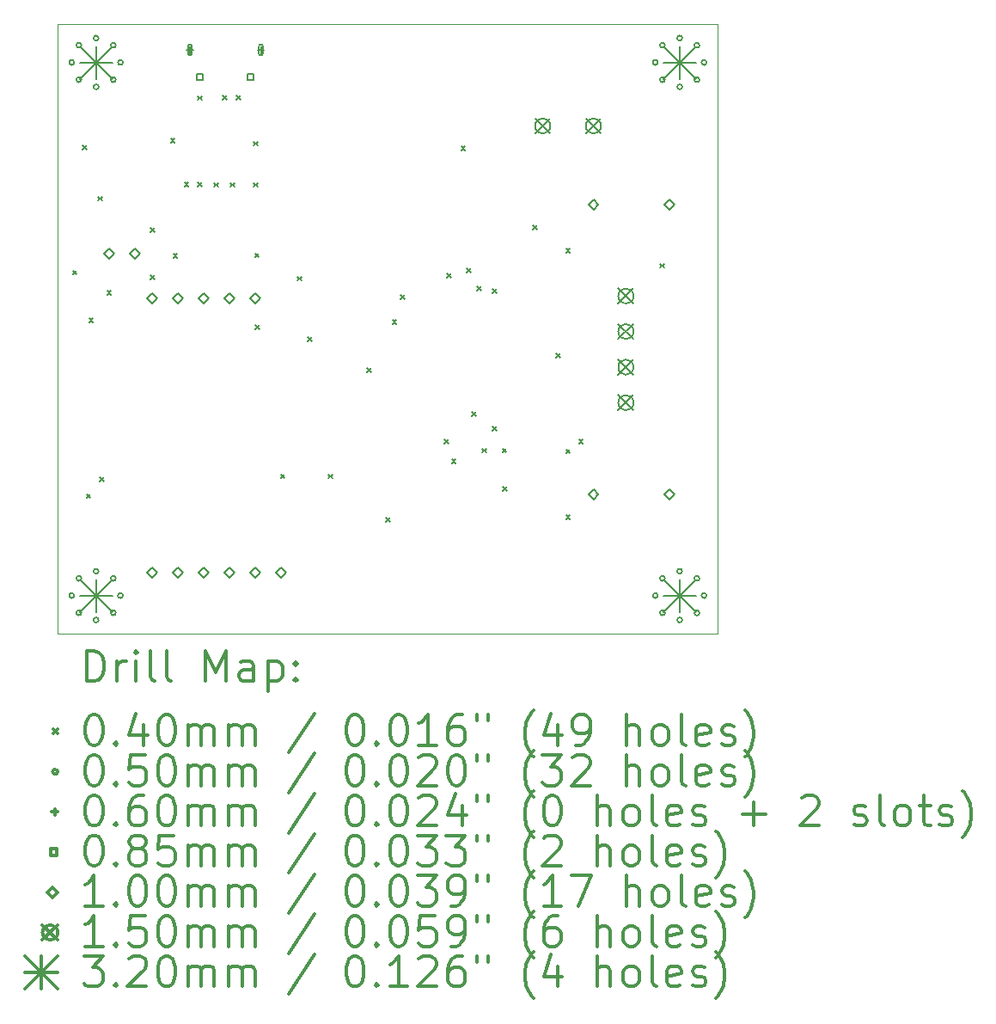
<source format=gbr>
%FSLAX45Y45*%
G04 Gerber Fmt 4.5, Leading zero omitted, Abs format (unit mm)*
G04 Created by KiCad (PCBNEW 5.1.4-e60b266~84~ubuntu18.04.1) date 2020-01-24 11:28:09*
%MOMM*%
%LPD*%
G04 APERTURE LIST*
%ADD10C,0.050000*%
%ADD11C,0.200000*%
%ADD12C,0.300000*%
G04 APERTURE END LIST*
D10*
X5600000Y-11500000D02*
X12100000Y-11500000D01*
X5600000Y-5500000D02*
X5600000Y-11500000D01*
X12100000Y-5500000D02*
X5600000Y-5500000D01*
X12100000Y-11500000D02*
X12100000Y-5500000D01*
D11*
X5745000Y-7925000D02*
X5785000Y-7965000D01*
X5785000Y-7925000D02*
X5745000Y-7965000D01*
X5840000Y-6695000D02*
X5880000Y-6735000D01*
X5880000Y-6695000D02*
X5840000Y-6735000D01*
X5880000Y-10125000D02*
X5920000Y-10165000D01*
X5920000Y-10125000D02*
X5880000Y-10165000D01*
X5905000Y-8395000D02*
X5945000Y-8435000D01*
X5945000Y-8395000D02*
X5905000Y-8435000D01*
X5994000Y-7196000D02*
X6034000Y-7236000D01*
X6034000Y-7196000D02*
X5994000Y-7236000D01*
X6010000Y-9960000D02*
X6050000Y-10000000D01*
X6050000Y-9960000D02*
X6010000Y-10000000D01*
X6085000Y-8125000D02*
X6125000Y-8165000D01*
X6125000Y-8125000D02*
X6085000Y-8165000D01*
X6510000Y-7505000D02*
X6550000Y-7545000D01*
X6550000Y-7505000D02*
X6510000Y-7545000D01*
X6510000Y-7970000D02*
X6550000Y-8010000D01*
X6550000Y-7970000D02*
X6510000Y-8010000D01*
X6710000Y-6624500D02*
X6750000Y-6664500D01*
X6750000Y-6624500D02*
X6710000Y-6664500D01*
X6735000Y-7760000D02*
X6775000Y-7800000D01*
X6775000Y-7760000D02*
X6735000Y-7800000D01*
X6845000Y-7055000D02*
X6885000Y-7095000D01*
X6885000Y-7055000D02*
X6845000Y-7095000D01*
X6975000Y-6205000D02*
X7015000Y-6245000D01*
X7015000Y-6205000D02*
X6975000Y-6245000D01*
X6975000Y-7055000D02*
X7015000Y-7095000D01*
X7015000Y-7055000D02*
X6975000Y-7095000D01*
X7140000Y-7060000D02*
X7180000Y-7100000D01*
X7180000Y-7060000D02*
X7140000Y-7100000D01*
X7220000Y-6200000D02*
X7260000Y-6240000D01*
X7260000Y-6200000D02*
X7220000Y-6240000D01*
X7300000Y-7060000D02*
X7340000Y-7100000D01*
X7340000Y-7060000D02*
X7300000Y-7100000D01*
X7360000Y-6200000D02*
X7400000Y-6240000D01*
X7400000Y-6200000D02*
X7360000Y-6240000D01*
X7530000Y-6655000D02*
X7570000Y-6695000D01*
X7570000Y-6655000D02*
X7530000Y-6695000D01*
X7530000Y-7060000D02*
X7570000Y-7100000D01*
X7570000Y-7060000D02*
X7530000Y-7100000D01*
X7540000Y-7755000D02*
X7580000Y-7795000D01*
X7580000Y-7755000D02*
X7540000Y-7795000D01*
X7545000Y-8459000D02*
X7585000Y-8499000D01*
X7585000Y-8459000D02*
X7545000Y-8499000D01*
X7795000Y-9930000D02*
X7835000Y-9970000D01*
X7835000Y-9930000D02*
X7795000Y-9970000D01*
X7958000Y-7984000D02*
X7998000Y-8024000D01*
X7998000Y-7984000D02*
X7958000Y-8024000D01*
X8062000Y-8583000D02*
X8102000Y-8623000D01*
X8102000Y-8583000D02*
X8062000Y-8623000D01*
X8265000Y-9930000D02*
X8305000Y-9970000D01*
X8305000Y-9930000D02*
X8265000Y-9970000D01*
X8646000Y-8882000D02*
X8686000Y-8922000D01*
X8686000Y-8882000D02*
X8646000Y-8922000D01*
X8830000Y-10355000D02*
X8870000Y-10395000D01*
X8870000Y-10355000D02*
X8830000Y-10395000D01*
X8895000Y-8410000D02*
X8935000Y-8450000D01*
X8935000Y-8410000D02*
X8895000Y-8450000D01*
X8975000Y-8165000D02*
X9015000Y-8205000D01*
X9015000Y-8165000D02*
X8975000Y-8205000D01*
X9408480Y-9584502D02*
X9448480Y-9624502D01*
X9448480Y-9584502D02*
X9408480Y-9624502D01*
X9430000Y-7955000D02*
X9470000Y-7995000D01*
X9470000Y-7955000D02*
X9430000Y-7995000D01*
X9480000Y-9780000D02*
X9520000Y-9820000D01*
X9520000Y-9780000D02*
X9480000Y-9820000D01*
X9571548Y-6700078D02*
X9611548Y-6740078D01*
X9611548Y-6700078D02*
X9571548Y-6740078D01*
X9630000Y-7905000D02*
X9670000Y-7945000D01*
X9670000Y-7905000D02*
X9630000Y-7945000D01*
X9680260Y-9316532D02*
X9720260Y-9356532D01*
X9720260Y-9316532D02*
X9680260Y-9356532D01*
X9730000Y-8080000D02*
X9770000Y-8120000D01*
X9770000Y-8080000D02*
X9730000Y-8120000D01*
X9779828Y-9675434D02*
X9819828Y-9715434D01*
X9819828Y-9675434D02*
X9779828Y-9715434D01*
X9880000Y-8105000D02*
X9920000Y-8145000D01*
X9920000Y-8105000D02*
X9880000Y-8145000D01*
X9880000Y-9462836D02*
X9920000Y-9502836D01*
X9920000Y-9462836D02*
X9880000Y-9502836D01*
X9979726Y-9675688D02*
X10019726Y-9715688D01*
X10019726Y-9675688D02*
X9979726Y-9715688D01*
X9979999Y-10055000D02*
X10019999Y-10095000D01*
X10019999Y-10055000D02*
X9979999Y-10095000D01*
X10280002Y-7480000D02*
X10320002Y-7520000D01*
X10320002Y-7480000D02*
X10280002Y-7520000D01*
X10507000Y-8741000D02*
X10547000Y-8781000D01*
X10547000Y-8741000D02*
X10507000Y-8781000D01*
X10605000Y-7705000D02*
X10645000Y-7745000D01*
X10645000Y-7705000D02*
X10605000Y-7745000D01*
X10605000Y-10330000D02*
X10645000Y-10370000D01*
X10645000Y-10330000D02*
X10605000Y-10370000D01*
X10605074Y-9684578D02*
X10645074Y-9724578D01*
X10645074Y-9684578D02*
X10605074Y-9724578D01*
X10731312Y-9587804D02*
X10771312Y-9627804D01*
X10771312Y-9587804D02*
X10731312Y-9627804D01*
X11530000Y-7855000D02*
X11570000Y-7895000D01*
X11570000Y-7855000D02*
X11530000Y-7895000D01*
X5760000Y-5875000D02*
G75*
G03X5760000Y-5875000I-25000J0D01*
G01*
X5830294Y-5705294D02*
G75*
G03X5830294Y-5705294I-25000J0D01*
G01*
X5830294Y-6044706D02*
G75*
G03X5830294Y-6044706I-25000J0D01*
G01*
X6000000Y-5635000D02*
G75*
G03X6000000Y-5635000I-25000J0D01*
G01*
X6000000Y-6115000D02*
G75*
G03X6000000Y-6115000I-25000J0D01*
G01*
X6169706Y-5705294D02*
G75*
G03X6169706Y-5705294I-25000J0D01*
G01*
X6169706Y-6044706D02*
G75*
G03X6169706Y-6044706I-25000J0D01*
G01*
X6240000Y-5875000D02*
G75*
G03X6240000Y-5875000I-25000J0D01*
G01*
X5760000Y-11125000D02*
G75*
G03X5760000Y-11125000I-25000J0D01*
G01*
X5830294Y-10955294D02*
G75*
G03X5830294Y-10955294I-25000J0D01*
G01*
X5830294Y-11294706D02*
G75*
G03X5830294Y-11294706I-25000J0D01*
G01*
X6000000Y-10885000D02*
G75*
G03X6000000Y-10885000I-25000J0D01*
G01*
X6000000Y-11365000D02*
G75*
G03X6000000Y-11365000I-25000J0D01*
G01*
X6169706Y-10955294D02*
G75*
G03X6169706Y-10955294I-25000J0D01*
G01*
X6169706Y-11294706D02*
G75*
G03X6169706Y-11294706I-25000J0D01*
G01*
X6240000Y-11125000D02*
G75*
G03X6240000Y-11125000I-25000J0D01*
G01*
X11510000Y-11125000D02*
G75*
G03X11510000Y-11125000I-25000J0D01*
G01*
X11580294Y-10955294D02*
G75*
G03X11580294Y-10955294I-25000J0D01*
G01*
X11580294Y-11294706D02*
G75*
G03X11580294Y-11294706I-25000J0D01*
G01*
X11750000Y-10885000D02*
G75*
G03X11750000Y-10885000I-25000J0D01*
G01*
X11750000Y-11365000D02*
G75*
G03X11750000Y-11365000I-25000J0D01*
G01*
X11919706Y-10955294D02*
G75*
G03X11919706Y-10955294I-25000J0D01*
G01*
X11919706Y-11294706D02*
G75*
G03X11919706Y-11294706I-25000J0D01*
G01*
X11990000Y-11125000D02*
G75*
G03X11990000Y-11125000I-25000J0D01*
G01*
X11510000Y-5875000D02*
G75*
G03X11510000Y-5875000I-25000J0D01*
G01*
X11580294Y-5705294D02*
G75*
G03X11580294Y-5705294I-25000J0D01*
G01*
X11580294Y-6044706D02*
G75*
G03X11580294Y-6044706I-25000J0D01*
G01*
X11750000Y-5635000D02*
G75*
G03X11750000Y-5635000I-25000J0D01*
G01*
X11750000Y-6115000D02*
G75*
G03X11750000Y-6115000I-25000J0D01*
G01*
X11919706Y-5705294D02*
G75*
G03X11919706Y-5705294I-25000J0D01*
G01*
X11919706Y-6044706D02*
G75*
G03X11919706Y-6044706I-25000J0D01*
G01*
X11990000Y-5875000D02*
G75*
G03X11990000Y-5875000I-25000J0D01*
G01*
X6900000Y-5721250D02*
X6900000Y-5781250D01*
X6870000Y-5751250D02*
X6930000Y-5751250D01*
X6920000Y-5786250D02*
X6920000Y-5716250D01*
X6880000Y-5786250D02*
X6880000Y-5716250D01*
X6920000Y-5716250D02*
G75*
G03X6880000Y-5716250I-20000J0D01*
G01*
X6880000Y-5786250D02*
G75*
G03X6920000Y-5786250I20000J0D01*
G01*
X7600000Y-5721250D02*
X7600000Y-5781250D01*
X7570000Y-5751250D02*
X7630000Y-5751250D01*
X7580000Y-5716250D02*
X7580000Y-5786250D01*
X7620000Y-5716250D02*
X7620000Y-5786250D01*
X7580000Y-5786250D02*
G75*
G03X7620000Y-5786250I20000J0D01*
G01*
X7620000Y-5716250D02*
G75*
G03X7580000Y-5716250I-20000J0D01*
G01*
X7030052Y-6051302D02*
X7030052Y-5991198D01*
X6969948Y-5991198D01*
X6969948Y-6051302D01*
X7030052Y-6051302D01*
X7530052Y-6051302D02*
X7530052Y-5991198D01*
X7469948Y-5991198D01*
X7469948Y-6051302D01*
X7530052Y-6051302D01*
X6530000Y-10950000D02*
X6580000Y-10900000D01*
X6530000Y-10850000D01*
X6480000Y-10900000D01*
X6530000Y-10950000D01*
X6784000Y-10950000D02*
X6834000Y-10900000D01*
X6784000Y-10850000D01*
X6734000Y-10900000D01*
X6784000Y-10950000D01*
X7038000Y-10950000D02*
X7088000Y-10900000D01*
X7038000Y-10850000D01*
X6988000Y-10900000D01*
X7038000Y-10950000D01*
X7292000Y-10950000D02*
X7342000Y-10900000D01*
X7292000Y-10850000D01*
X7242000Y-10900000D01*
X7292000Y-10950000D01*
X7546000Y-10950000D02*
X7596000Y-10900000D01*
X7546000Y-10850000D01*
X7496000Y-10900000D01*
X7546000Y-10950000D01*
X7800000Y-10950000D02*
X7850000Y-10900000D01*
X7800000Y-10850000D01*
X7750000Y-10900000D01*
X7800000Y-10950000D01*
X10875000Y-7325000D02*
X10925000Y-7275000D01*
X10875000Y-7225000D01*
X10825000Y-7275000D01*
X10875000Y-7325000D01*
X11625000Y-7325000D02*
X11675000Y-7275000D01*
X11625000Y-7225000D01*
X11575000Y-7275000D01*
X11625000Y-7325000D01*
X6524000Y-8250000D02*
X6574000Y-8200000D01*
X6524000Y-8150000D01*
X6474000Y-8200000D01*
X6524000Y-8250000D01*
X6778000Y-8250000D02*
X6828000Y-8200000D01*
X6778000Y-8150000D01*
X6728000Y-8200000D01*
X6778000Y-8250000D01*
X7032000Y-8250000D02*
X7082000Y-8200000D01*
X7032000Y-8150000D01*
X6982000Y-8200000D01*
X7032000Y-8250000D01*
X7286000Y-8250000D02*
X7336000Y-8200000D01*
X7286000Y-8150000D01*
X7236000Y-8200000D01*
X7286000Y-8250000D01*
X7540000Y-8250000D02*
X7590000Y-8200000D01*
X7540000Y-8150000D01*
X7490000Y-8200000D01*
X7540000Y-8250000D01*
X10875000Y-10175000D02*
X10925000Y-10125000D01*
X10875000Y-10075000D01*
X10825000Y-10125000D01*
X10875000Y-10175000D01*
X11625000Y-10175000D02*
X11675000Y-10125000D01*
X11625000Y-10075000D01*
X11575000Y-10125000D01*
X11625000Y-10175000D01*
X6106000Y-7810000D02*
X6156000Y-7760000D01*
X6106000Y-7710000D01*
X6056000Y-7760000D01*
X6106000Y-7810000D01*
X6360000Y-7810000D02*
X6410000Y-7760000D01*
X6360000Y-7710000D01*
X6310000Y-7760000D01*
X6360000Y-7810000D01*
X10300000Y-6425000D02*
X10450000Y-6575000D01*
X10450000Y-6425000D02*
X10300000Y-6575000D01*
X10450000Y-6500000D02*
G75*
G03X10450000Y-6500000I-75000J0D01*
G01*
X10800000Y-6425000D02*
X10950000Y-6575000D01*
X10950000Y-6425000D02*
X10800000Y-6575000D01*
X10950000Y-6500000D02*
G75*
G03X10950000Y-6500000I-75000J0D01*
G01*
X11120000Y-8100000D02*
X11270000Y-8250000D01*
X11270000Y-8100000D02*
X11120000Y-8250000D01*
X11270000Y-8175000D02*
G75*
G03X11270000Y-8175000I-75000J0D01*
G01*
X11120000Y-8450000D02*
X11270000Y-8600000D01*
X11270000Y-8450000D02*
X11120000Y-8600000D01*
X11270000Y-8525000D02*
G75*
G03X11270000Y-8525000I-75000J0D01*
G01*
X11120000Y-8800000D02*
X11270000Y-8950000D01*
X11270000Y-8800000D02*
X11120000Y-8950000D01*
X11270000Y-8875000D02*
G75*
G03X11270000Y-8875000I-75000J0D01*
G01*
X11120000Y-9150000D02*
X11270000Y-9300000D01*
X11270000Y-9150000D02*
X11120000Y-9300000D01*
X11270000Y-9225000D02*
G75*
G03X11270000Y-9225000I-75000J0D01*
G01*
X5815000Y-5715000D02*
X6135000Y-6035000D01*
X6135000Y-5715000D02*
X5815000Y-6035000D01*
X5975000Y-5715000D02*
X5975000Y-6035000D01*
X5815000Y-5875000D02*
X6135000Y-5875000D01*
X5815000Y-10965000D02*
X6135000Y-11285000D01*
X6135000Y-10965000D02*
X5815000Y-11285000D01*
X5975000Y-10965000D02*
X5975000Y-11285000D01*
X5815000Y-11125000D02*
X6135000Y-11125000D01*
X11565000Y-10965000D02*
X11885000Y-11285000D01*
X11885000Y-10965000D02*
X11565000Y-11285000D01*
X11725000Y-10965000D02*
X11725000Y-11285000D01*
X11565000Y-11125000D02*
X11885000Y-11125000D01*
X11565000Y-5715000D02*
X11885000Y-6035000D01*
X11885000Y-5715000D02*
X11565000Y-6035000D01*
X11725000Y-5715000D02*
X11725000Y-6035000D01*
X11565000Y-5875000D02*
X11885000Y-5875000D01*
D12*
X5883928Y-11968214D02*
X5883928Y-11668214D01*
X5955357Y-11668214D01*
X5998214Y-11682500D01*
X6026786Y-11711071D01*
X6041071Y-11739643D01*
X6055357Y-11796786D01*
X6055357Y-11839643D01*
X6041071Y-11896786D01*
X6026786Y-11925357D01*
X5998214Y-11953929D01*
X5955357Y-11968214D01*
X5883928Y-11968214D01*
X6183928Y-11968214D02*
X6183928Y-11768214D01*
X6183928Y-11825357D02*
X6198214Y-11796786D01*
X6212500Y-11782500D01*
X6241071Y-11768214D01*
X6269643Y-11768214D01*
X6369643Y-11968214D02*
X6369643Y-11768214D01*
X6369643Y-11668214D02*
X6355357Y-11682500D01*
X6369643Y-11696786D01*
X6383928Y-11682500D01*
X6369643Y-11668214D01*
X6369643Y-11696786D01*
X6555357Y-11968214D02*
X6526786Y-11953929D01*
X6512500Y-11925357D01*
X6512500Y-11668214D01*
X6712500Y-11968214D02*
X6683928Y-11953929D01*
X6669643Y-11925357D01*
X6669643Y-11668214D01*
X7055357Y-11968214D02*
X7055357Y-11668214D01*
X7155357Y-11882500D01*
X7255357Y-11668214D01*
X7255357Y-11968214D01*
X7526786Y-11968214D02*
X7526786Y-11811071D01*
X7512500Y-11782500D01*
X7483928Y-11768214D01*
X7426786Y-11768214D01*
X7398214Y-11782500D01*
X7526786Y-11953929D02*
X7498214Y-11968214D01*
X7426786Y-11968214D01*
X7398214Y-11953929D01*
X7383928Y-11925357D01*
X7383928Y-11896786D01*
X7398214Y-11868214D01*
X7426786Y-11853929D01*
X7498214Y-11853929D01*
X7526786Y-11839643D01*
X7669643Y-11768214D02*
X7669643Y-12068214D01*
X7669643Y-11782500D02*
X7698214Y-11768214D01*
X7755357Y-11768214D01*
X7783928Y-11782500D01*
X7798214Y-11796786D01*
X7812500Y-11825357D01*
X7812500Y-11911071D01*
X7798214Y-11939643D01*
X7783928Y-11953929D01*
X7755357Y-11968214D01*
X7698214Y-11968214D01*
X7669643Y-11953929D01*
X7941071Y-11939643D02*
X7955357Y-11953929D01*
X7941071Y-11968214D01*
X7926786Y-11953929D01*
X7941071Y-11939643D01*
X7941071Y-11968214D01*
X7941071Y-11782500D02*
X7955357Y-11796786D01*
X7941071Y-11811071D01*
X7926786Y-11796786D01*
X7941071Y-11782500D01*
X7941071Y-11811071D01*
X5557500Y-12442500D02*
X5597500Y-12482500D01*
X5597500Y-12442500D02*
X5557500Y-12482500D01*
X5941071Y-12298214D02*
X5969643Y-12298214D01*
X5998214Y-12312500D01*
X6012500Y-12326786D01*
X6026786Y-12355357D01*
X6041071Y-12412500D01*
X6041071Y-12483929D01*
X6026786Y-12541071D01*
X6012500Y-12569643D01*
X5998214Y-12583929D01*
X5969643Y-12598214D01*
X5941071Y-12598214D01*
X5912500Y-12583929D01*
X5898214Y-12569643D01*
X5883928Y-12541071D01*
X5869643Y-12483929D01*
X5869643Y-12412500D01*
X5883928Y-12355357D01*
X5898214Y-12326786D01*
X5912500Y-12312500D01*
X5941071Y-12298214D01*
X6169643Y-12569643D02*
X6183928Y-12583929D01*
X6169643Y-12598214D01*
X6155357Y-12583929D01*
X6169643Y-12569643D01*
X6169643Y-12598214D01*
X6441071Y-12398214D02*
X6441071Y-12598214D01*
X6369643Y-12283929D02*
X6298214Y-12498214D01*
X6483928Y-12498214D01*
X6655357Y-12298214D02*
X6683928Y-12298214D01*
X6712500Y-12312500D01*
X6726786Y-12326786D01*
X6741071Y-12355357D01*
X6755357Y-12412500D01*
X6755357Y-12483929D01*
X6741071Y-12541071D01*
X6726786Y-12569643D01*
X6712500Y-12583929D01*
X6683928Y-12598214D01*
X6655357Y-12598214D01*
X6626786Y-12583929D01*
X6612500Y-12569643D01*
X6598214Y-12541071D01*
X6583928Y-12483929D01*
X6583928Y-12412500D01*
X6598214Y-12355357D01*
X6612500Y-12326786D01*
X6626786Y-12312500D01*
X6655357Y-12298214D01*
X6883928Y-12598214D02*
X6883928Y-12398214D01*
X6883928Y-12426786D02*
X6898214Y-12412500D01*
X6926786Y-12398214D01*
X6969643Y-12398214D01*
X6998214Y-12412500D01*
X7012500Y-12441071D01*
X7012500Y-12598214D01*
X7012500Y-12441071D02*
X7026786Y-12412500D01*
X7055357Y-12398214D01*
X7098214Y-12398214D01*
X7126786Y-12412500D01*
X7141071Y-12441071D01*
X7141071Y-12598214D01*
X7283928Y-12598214D02*
X7283928Y-12398214D01*
X7283928Y-12426786D02*
X7298214Y-12412500D01*
X7326786Y-12398214D01*
X7369643Y-12398214D01*
X7398214Y-12412500D01*
X7412500Y-12441071D01*
X7412500Y-12598214D01*
X7412500Y-12441071D02*
X7426786Y-12412500D01*
X7455357Y-12398214D01*
X7498214Y-12398214D01*
X7526786Y-12412500D01*
X7541071Y-12441071D01*
X7541071Y-12598214D01*
X8126786Y-12283929D02*
X7869643Y-12669643D01*
X8512500Y-12298214D02*
X8541071Y-12298214D01*
X8569643Y-12312500D01*
X8583928Y-12326786D01*
X8598214Y-12355357D01*
X8612500Y-12412500D01*
X8612500Y-12483929D01*
X8598214Y-12541071D01*
X8583928Y-12569643D01*
X8569643Y-12583929D01*
X8541071Y-12598214D01*
X8512500Y-12598214D01*
X8483928Y-12583929D01*
X8469643Y-12569643D01*
X8455357Y-12541071D01*
X8441071Y-12483929D01*
X8441071Y-12412500D01*
X8455357Y-12355357D01*
X8469643Y-12326786D01*
X8483928Y-12312500D01*
X8512500Y-12298214D01*
X8741071Y-12569643D02*
X8755357Y-12583929D01*
X8741071Y-12598214D01*
X8726786Y-12583929D01*
X8741071Y-12569643D01*
X8741071Y-12598214D01*
X8941071Y-12298214D02*
X8969643Y-12298214D01*
X8998214Y-12312500D01*
X9012500Y-12326786D01*
X9026786Y-12355357D01*
X9041071Y-12412500D01*
X9041071Y-12483929D01*
X9026786Y-12541071D01*
X9012500Y-12569643D01*
X8998214Y-12583929D01*
X8969643Y-12598214D01*
X8941071Y-12598214D01*
X8912500Y-12583929D01*
X8898214Y-12569643D01*
X8883928Y-12541071D01*
X8869643Y-12483929D01*
X8869643Y-12412500D01*
X8883928Y-12355357D01*
X8898214Y-12326786D01*
X8912500Y-12312500D01*
X8941071Y-12298214D01*
X9326786Y-12598214D02*
X9155357Y-12598214D01*
X9241071Y-12598214D02*
X9241071Y-12298214D01*
X9212500Y-12341071D01*
X9183928Y-12369643D01*
X9155357Y-12383929D01*
X9583928Y-12298214D02*
X9526786Y-12298214D01*
X9498214Y-12312500D01*
X9483928Y-12326786D01*
X9455357Y-12369643D01*
X9441071Y-12426786D01*
X9441071Y-12541071D01*
X9455357Y-12569643D01*
X9469643Y-12583929D01*
X9498214Y-12598214D01*
X9555357Y-12598214D01*
X9583928Y-12583929D01*
X9598214Y-12569643D01*
X9612500Y-12541071D01*
X9612500Y-12469643D01*
X9598214Y-12441071D01*
X9583928Y-12426786D01*
X9555357Y-12412500D01*
X9498214Y-12412500D01*
X9469643Y-12426786D01*
X9455357Y-12441071D01*
X9441071Y-12469643D01*
X9726786Y-12298214D02*
X9726786Y-12355357D01*
X9841071Y-12298214D02*
X9841071Y-12355357D01*
X10283928Y-12712500D02*
X10269643Y-12698214D01*
X10241071Y-12655357D01*
X10226786Y-12626786D01*
X10212500Y-12583929D01*
X10198214Y-12512500D01*
X10198214Y-12455357D01*
X10212500Y-12383929D01*
X10226786Y-12341071D01*
X10241071Y-12312500D01*
X10269643Y-12269643D01*
X10283928Y-12255357D01*
X10526786Y-12398214D02*
X10526786Y-12598214D01*
X10455357Y-12283929D02*
X10383928Y-12498214D01*
X10569643Y-12498214D01*
X10698214Y-12598214D02*
X10755357Y-12598214D01*
X10783928Y-12583929D01*
X10798214Y-12569643D01*
X10826786Y-12526786D01*
X10841071Y-12469643D01*
X10841071Y-12355357D01*
X10826786Y-12326786D01*
X10812500Y-12312500D01*
X10783928Y-12298214D01*
X10726786Y-12298214D01*
X10698214Y-12312500D01*
X10683928Y-12326786D01*
X10669643Y-12355357D01*
X10669643Y-12426786D01*
X10683928Y-12455357D01*
X10698214Y-12469643D01*
X10726786Y-12483929D01*
X10783928Y-12483929D01*
X10812500Y-12469643D01*
X10826786Y-12455357D01*
X10841071Y-12426786D01*
X11198214Y-12598214D02*
X11198214Y-12298214D01*
X11326786Y-12598214D02*
X11326786Y-12441071D01*
X11312500Y-12412500D01*
X11283928Y-12398214D01*
X11241071Y-12398214D01*
X11212500Y-12412500D01*
X11198214Y-12426786D01*
X11512500Y-12598214D02*
X11483928Y-12583929D01*
X11469643Y-12569643D01*
X11455357Y-12541071D01*
X11455357Y-12455357D01*
X11469643Y-12426786D01*
X11483928Y-12412500D01*
X11512500Y-12398214D01*
X11555357Y-12398214D01*
X11583928Y-12412500D01*
X11598214Y-12426786D01*
X11612500Y-12455357D01*
X11612500Y-12541071D01*
X11598214Y-12569643D01*
X11583928Y-12583929D01*
X11555357Y-12598214D01*
X11512500Y-12598214D01*
X11783928Y-12598214D02*
X11755357Y-12583929D01*
X11741071Y-12555357D01*
X11741071Y-12298214D01*
X12012500Y-12583929D02*
X11983928Y-12598214D01*
X11926786Y-12598214D01*
X11898214Y-12583929D01*
X11883928Y-12555357D01*
X11883928Y-12441071D01*
X11898214Y-12412500D01*
X11926786Y-12398214D01*
X11983928Y-12398214D01*
X12012500Y-12412500D01*
X12026786Y-12441071D01*
X12026786Y-12469643D01*
X11883928Y-12498214D01*
X12141071Y-12583929D02*
X12169643Y-12598214D01*
X12226786Y-12598214D01*
X12255357Y-12583929D01*
X12269643Y-12555357D01*
X12269643Y-12541071D01*
X12255357Y-12512500D01*
X12226786Y-12498214D01*
X12183928Y-12498214D01*
X12155357Y-12483929D01*
X12141071Y-12455357D01*
X12141071Y-12441071D01*
X12155357Y-12412500D01*
X12183928Y-12398214D01*
X12226786Y-12398214D01*
X12255357Y-12412500D01*
X12369643Y-12712500D02*
X12383928Y-12698214D01*
X12412500Y-12655357D01*
X12426786Y-12626786D01*
X12441071Y-12583929D01*
X12455357Y-12512500D01*
X12455357Y-12455357D01*
X12441071Y-12383929D01*
X12426786Y-12341071D01*
X12412500Y-12312500D01*
X12383928Y-12269643D01*
X12369643Y-12255357D01*
X5597500Y-12858500D02*
G75*
G03X5597500Y-12858500I-25000J0D01*
G01*
X5941071Y-12694214D02*
X5969643Y-12694214D01*
X5998214Y-12708500D01*
X6012500Y-12722786D01*
X6026786Y-12751357D01*
X6041071Y-12808500D01*
X6041071Y-12879929D01*
X6026786Y-12937071D01*
X6012500Y-12965643D01*
X5998214Y-12979929D01*
X5969643Y-12994214D01*
X5941071Y-12994214D01*
X5912500Y-12979929D01*
X5898214Y-12965643D01*
X5883928Y-12937071D01*
X5869643Y-12879929D01*
X5869643Y-12808500D01*
X5883928Y-12751357D01*
X5898214Y-12722786D01*
X5912500Y-12708500D01*
X5941071Y-12694214D01*
X6169643Y-12965643D02*
X6183928Y-12979929D01*
X6169643Y-12994214D01*
X6155357Y-12979929D01*
X6169643Y-12965643D01*
X6169643Y-12994214D01*
X6455357Y-12694214D02*
X6312500Y-12694214D01*
X6298214Y-12837071D01*
X6312500Y-12822786D01*
X6341071Y-12808500D01*
X6412500Y-12808500D01*
X6441071Y-12822786D01*
X6455357Y-12837071D01*
X6469643Y-12865643D01*
X6469643Y-12937071D01*
X6455357Y-12965643D01*
X6441071Y-12979929D01*
X6412500Y-12994214D01*
X6341071Y-12994214D01*
X6312500Y-12979929D01*
X6298214Y-12965643D01*
X6655357Y-12694214D02*
X6683928Y-12694214D01*
X6712500Y-12708500D01*
X6726786Y-12722786D01*
X6741071Y-12751357D01*
X6755357Y-12808500D01*
X6755357Y-12879929D01*
X6741071Y-12937071D01*
X6726786Y-12965643D01*
X6712500Y-12979929D01*
X6683928Y-12994214D01*
X6655357Y-12994214D01*
X6626786Y-12979929D01*
X6612500Y-12965643D01*
X6598214Y-12937071D01*
X6583928Y-12879929D01*
X6583928Y-12808500D01*
X6598214Y-12751357D01*
X6612500Y-12722786D01*
X6626786Y-12708500D01*
X6655357Y-12694214D01*
X6883928Y-12994214D02*
X6883928Y-12794214D01*
X6883928Y-12822786D02*
X6898214Y-12808500D01*
X6926786Y-12794214D01*
X6969643Y-12794214D01*
X6998214Y-12808500D01*
X7012500Y-12837071D01*
X7012500Y-12994214D01*
X7012500Y-12837071D02*
X7026786Y-12808500D01*
X7055357Y-12794214D01*
X7098214Y-12794214D01*
X7126786Y-12808500D01*
X7141071Y-12837071D01*
X7141071Y-12994214D01*
X7283928Y-12994214D02*
X7283928Y-12794214D01*
X7283928Y-12822786D02*
X7298214Y-12808500D01*
X7326786Y-12794214D01*
X7369643Y-12794214D01*
X7398214Y-12808500D01*
X7412500Y-12837071D01*
X7412500Y-12994214D01*
X7412500Y-12837071D02*
X7426786Y-12808500D01*
X7455357Y-12794214D01*
X7498214Y-12794214D01*
X7526786Y-12808500D01*
X7541071Y-12837071D01*
X7541071Y-12994214D01*
X8126786Y-12679929D02*
X7869643Y-13065643D01*
X8512500Y-12694214D02*
X8541071Y-12694214D01*
X8569643Y-12708500D01*
X8583928Y-12722786D01*
X8598214Y-12751357D01*
X8612500Y-12808500D01*
X8612500Y-12879929D01*
X8598214Y-12937071D01*
X8583928Y-12965643D01*
X8569643Y-12979929D01*
X8541071Y-12994214D01*
X8512500Y-12994214D01*
X8483928Y-12979929D01*
X8469643Y-12965643D01*
X8455357Y-12937071D01*
X8441071Y-12879929D01*
X8441071Y-12808500D01*
X8455357Y-12751357D01*
X8469643Y-12722786D01*
X8483928Y-12708500D01*
X8512500Y-12694214D01*
X8741071Y-12965643D02*
X8755357Y-12979929D01*
X8741071Y-12994214D01*
X8726786Y-12979929D01*
X8741071Y-12965643D01*
X8741071Y-12994214D01*
X8941071Y-12694214D02*
X8969643Y-12694214D01*
X8998214Y-12708500D01*
X9012500Y-12722786D01*
X9026786Y-12751357D01*
X9041071Y-12808500D01*
X9041071Y-12879929D01*
X9026786Y-12937071D01*
X9012500Y-12965643D01*
X8998214Y-12979929D01*
X8969643Y-12994214D01*
X8941071Y-12994214D01*
X8912500Y-12979929D01*
X8898214Y-12965643D01*
X8883928Y-12937071D01*
X8869643Y-12879929D01*
X8869643Y-12808500D01*
X8883928Y-12751357D01*
X8898214Y-12722786D01*
X8912500Y-12708500D01*
X8941071Y-12694214D01*
X9155357Y-12722786D02*
X9169643Y-12708500D01*
X9198214Y-12694214D01*
X9269643Y-12694214D01*
X9298214Y-12708500D01*
X9312500Y-12722786D01*
X9326786Y-12751357D01*
X9326786Y-12779929D01*
X9312500Y-12822786D01*
X9141071Y-12994214D01*
X9326786Y-12994214D01*
X9512500Y-12694214D02*
X9541071Y-12694214D01*
X9569643Y-12708500D01*
X9583928Y-12722786D01*
X9598214Y-12751357D01*
X9612500Y-12808500D01*
X9612500Y-12879929D01*
X9598214Y-12937071D01*
X9583928Y-12965643D01*
X9569643Y-12979929D01*
X9541071Y-12994214D01*
X9512500Y-12994214D01*
X9483928Y-12979929D01*
X9469643Y-12965643D01*
X9455357Y-12937071D01*
X9441071Y-12879929D01*
X9441071Y-12808500D01*
X9455357Y-12751357D01*
X9469643Y-12722786D01*
X9483928Y-12708500D01*
X9512500Y-12694214D01*
X9726786Y-12694214D02*
X9726786Y-12751357D01*
X9841071Y-12694214D02*
X9841071Y-12751357D01*
X10283928Y-13108500D02*
X10269643Y-13094214D01*
X10241071Y-13051357D01*
X10226786Y-13022786D01*
X10212500Y-12979929D01*
X10198214Y-12908500D01*
X10198214Y-12851357D01*
X10212500Y-12779929D01*
X10226786Y-12737071D01*
X10241071Y-12708500D01*
X10269643Y-12665643D01*
X10283928Y-12651357D01*
X10369643Y-12694214D02*
X10555357Y-12694214D01*
X10455357Y-12808500D01*
X10498214Y-12808500D01*
X10526786Y-12822786D01*
X10541071Y-12837071D01*
X10555357Y-12865643D01*
X10555357Y-12937071D01*
X10541071Y-12965643D01*
X10526786Y-12979929D01*
X10498214Y-12994214D01*
X10412500Y-12994214D01*
X10383928Y-12979929D01*
X10369643Y-12965643D01*
X10669643Y-12722786D02*
X10683928Y-12708500D01*
X10712500Y-12694214D01*
X10783928Y-12694214D01*
X10812500Y-12708500D01*
X10826786Y-12722786D01*
X10841071Y-12751357D01*
X10841071Y-12779929D01*
X10826786Y-12822786D01*
X10655357Y-12994214D01*
X10841071Y-12994214D01*
X11198214Y-12994214D02*
X11198214Y-12694214D01*
X11326786Y-12994214D02*
X11326786Y-12837071D01*
X11312500Y-12808500D01*
X11283928Y-12794214D01*
X11241071Y-12794214D01*
X11212500Y-12808500D01*
X11198214Y-12822786D01*
X11512500Y-12994214D02*
X11483928Y-12979929D01*
X11469643Y-12965643D01*
X11455357Y-12937071D01*
X11455357Y-12851357D01*
X11469643Y-12822786D01*
X11483928Y-12808500D01*
X11512500Y-12794214D01*
X11555357Y-12794214D01*
X11583928Y-12808500D01*
X11598214Y-12822786D01*
X11612500Y-12851357D01*
X11612500Y-12937071D01*
X11598214Y-12965643D01*
X11583928Y-12979929D01*
X11555357Y-12994214D01*
X11512500Y-12994214D01*
X11783928Y-12994214D02*
X11755357Y-12979929D01*
X11741071Y-12951357D01*
X11741071Y-12694214D01*
X12012500Y-12979929D02*
X11983928Y-12994214D01*
X11926786Y-12994214D01*
X11898214Y-12979929D01*
X11883928Y-12951357D01*
X11883928Y-12837071D01*
X11898214Y-12808500D01*
X11926786Y-12794214D01*
X11983928Y-12794214D01*
X12012500Y-12808500D01*
X12026786Y-12837071D01*
X12026786Y-12865643D01*
X11883928Y-12894214D01*
X12141071Y-12979929D02*
X12169643Y-12994214D01*
X12226786Y-12994214D01*
X12255357Y-12979929D01*
X12269643Y-12951357D01*
X12269643Y-12937071D01*
X12255357Y-12908500D01*
X12226786Y-12894214D01*
X12183928Y-12894214D01*
X12155357Y-12879929D01*
X12141071Y-12851357D01*
X12141071Y-12837071D01*
X12155357Y-12808500D01*
X12183928Y-12794214D01*
X12226786Y-12794214D01*
X12255357Y-12808500D01*
X12369643Y-13108500D02*
X12383928Y-13094214D01*
X12412500Y-13051357D01*
X12426786Y-13022786D01*
X12441071Y-12979929D01*
X12455357Y-12908500D01*
X12455357Y-12851357D01*
X12441071Y-12779929D01*
X12426786Y-12737071D01*
X12412500Y-12708500D01*
X12383928Y-12665643D01*
X12369643Y-12651357D01*
X5567500Y-13224500D02*
X5567500Y-13284500D01*
X5537500Y-13254500D02*
X5597500Y-13254500D01*
X5941071Y-13090214D02*
X5969643Y-13090214D01*
X5998214Y-13104500D01*
X6012500Y-13118786D01*
X6026786Y-13147357D01*
X6041071Y-13204500D01*
X6041071Y-13275929D01*
X6026786Y-13333071D01*
X6012500Y-13361643D01*
X5998214Y-13375929D01*
X5969643Y-13390214D01*
X5941071Y-13390214D01*
X5912500Y-13375929D01*
X5898214Y-13361643D01*
X5883928Y-13333071D01*
X5869643Y-13275929D01*
X5869643Y-13204500D01*
X5883928Y-13147357D01*
X5898214Y-13118786D01*
X5912500Y-13104500D01*
X5941071Y-13090214D01*
X6169643Y-13361643D02*
X6183928Y-13375929D01*
X6169643Y-13390214D01*
X6155357Y-13375929D01*
X6169643Y-13361643D01*
X6169643Y-13390214D01*
X6441071Y-13090214D02*
X6383928Y-13090214D01*
X6355357Y-13104500D01*
X6341071Y-13118786D01*
X6312500Y-13161643D01*
X6298214Y-13218786D01*
X6298214Y-13333071D01*
X6312500Y-13361643D01*
X6326786Y-13375929D01*
X6355357Y-13390214D01*
X6412500Y-13390214D01*
X6441071Y-13375929D01*
X6455357Y-13361643D01*
X6469643Y-13333071D01*
X6469643Y-13261643D01*
X6455357Y-13233071D01*
X6441071Y-13218786D01*
X6412500Y-13204500D01*
X6355357Y-13204500D01*
X6326786Y-13218786D01*
X6312500Y-13233071D01*
X6298214Y-13261643D01*
X6655357Y-13090214D02*
X6683928Y-13090214D01*
X6712500Y-13104500D01*
X6726786Y-13118786D01*
X6741071Y-13147357D01*
X6755357Y-13204500D01*
X6755357Y-13275929D01*
X6741071Y-13333071D01*
X6726786Y-13361643D01*
X6712500Y-13375929D01*
X6683928Y-13390214D01*
X6655357Y-13390214D01*
X6626786Y-13375929D01*
X6612500Y-13361643D01*
X6598214Y-13333071D01*
X6583928Y-13275929D01*
X6583928Y-13204500D01*
X6598214Y-13147357D01*
X6612500Y-13118786D01*
X6626786Y-13104500D01*
X6655357Y-13090214D01*
X6883928Y-13390214D02*
X6883928Y-13190214D01*
X6883928Y-13218786D02*
X6898214Y-13204500D01*
X6926786Y-13190214D01*
X6969643Y-13190214D01*
X6998214Y-13204500D01*
X7012500Y-13233071D01*
X7012500Y-13390214D01*
X7012500Y-13233071D02*
X7026786Y-13204500D01*
X7055357Y-13190214D01*
X7098214Y-13190214D01*
X7126786Y-13204500D01*
X7141071Y-13233071D01*
X7141071Y-13390214D01*
X7283928Y-13390214D02*
X7283928Y-13190214D01*
X7283928Y-13218786D02*
X7298214Y-13204500D01*
X7326786Y-13190214D01*
X7369643Y-13190214D01*
X7398214Y-13204500D01*
X7412500Y-13233071D01*
X7412500Y-13390214D01*
X7412500Y-13233071D02*
X7426786Y-13204500D01*
X7455357Y-13190214D01*
X7498214Y-13190214D01*
X7526786Y-13204500D01*
X7541071Y-13233071D01*
X7541071Y-13390214D01*
X8126786Y-13075929D02*
X7869643Y-13461643D01*
X8512500Y-13090214D02*
X8541071Y-13090214D01*
X8569643Y-13104500D01*
X8583928Y-13118786D01*
X8598214Y-13147357D01*
X8612500Y-13204500D01*
X8612500Y-13275929D01*
X8598214Y-13333071D01*
X8583928Y-13361643D01*
X8569643Y-13375929D01*
X8541071Y-13390214D01*
X8512500Y-13390214D01*
X8483928Y-13375929D01*
X8469643Y-13361643D01*
X8455357Y-13333071D01*
X8441071Y-13275929D01*
X8441071Y-13204500D01*
X8455357Y-13147357D01*
X8469643Y-13118786D01*
X8483928Y-13104500D01*
X8512500Y-13090214D01*
X8741071Y-13361643D02*
X8755357Y-13375929D01*
X8741071Y-13390214D01*
X8726786Y-13375929D01*
X8741071Y-13361643D01*
X8741071Y-13390214D01*
X8941071Y-13090214D02*
X8969643Y-13090214D01*
X8998214Y-13104500D01*
X9012500Y-13118786D01*
X9026786Y-13147357D01*
X9041071Y-13204500D01*
X9041071Y-13275929D01*
X9026786Y-13333071D01*
X9012500Y-13361643D01*
X8998214Y-13375929D01*
X8969643Y-13390214D01*
X8941071Y-13390214D01*
X8912500Y-13375929D01*
X8898214Y-13361643D01*
X8883928Y-13333071D01*
X8869643Y-13275929D01*
X8869643Y-13204500D01*
X8883928Y-13147357D01*
X8898214Y-13118786D01*
X8912500Y-13104500D01*
X8941071Y-13090214D01*
X9155357Y-13118786D02*
X9169643Y-13104500D01*
X9198214Y-13090214D01*
X9269643Y-13090214D01*
X9298214Y-13104500D01*
X9312500Y-13118786D01*
X9326786Y-13147357D01*
X9326786Y-13175929D01*
X9312500Y-13218786D01*
X9141071Y-13390214D01*
X9326786Y-13390214D01*
X9583928Y-13190214D02*
X9583928Y-13390214D01*
X9512500Y-13075929D02*
X9441071Y-13290214D01*
X9626786Y-13290214D01*
X9726786Y-13090214D02*
X9726786Y-13147357D01*
X9841071Y-13090214D02*
X9841071Y-13147357D01*
X10283928Y-13504500D02*
X10269643Y-13490214D01*
X10241071Y-13447357D01*
X10226786Y-13418786D01*
X10212500Y-13375929D01*
X10198214Y-13304500D01*
X10198214Y-13247357D01*
X10212500Y-13175929D01*
X10226786Y-13133071D01*
X10241071Y-13104500D01*
X10269643Y-13061643D01*
X10283928Y-13047357D01*
X10455357Y-13090214D02*
X10483928Y-13090214D01*
X10512500Y-13104500D01*
X10526786Y-13118786D01*
X10541071Y-13147357D01*
X10555357Y-13204500D01*
X10555357Y-13275929D01*
X10541071Y-13333071D01*
X10526786Y-13361643D01*
X10512500Y-13375929D01*
X10483928Y-13390214D01*
X10455357Y-13390214D01*
X10426786Y-13375929D01*
X10412500Y-13361643D01*
X10398214Y-13333071D01*
X10383928Y-13275929D01*
X10383928Y-13204500D01*
X10398214Y-13147357D01*
X10412500Y-13118786D01*
X10426786Y-13104500D01*
X10455357Y-13090214D01*
X10912500Y-13390214D02*
X10912500Y-13090214D01*
X11041071Y-13390214D02*
X11041071Y-13233071D01*
X11026786Y-13204500D01*
X10998214Y-13190214D01*
X10955357Y-13190214D01*
X10926786Y-13204500D01*
X10912500Y-13218786D01*
X11226786Y-13390214D02*
X11198214Y-13375929D01*
X11183928Y-13361643D01*
X11169643Y-13333071D01*
X11169643Y-13247357D01*
X11183928Y-13218786D01*
X11198214Y-13204500D01*
X11226786Y-13190214D01*
X11269643Y-13190214D01*
X11298214Y-13204500D01*
X11312500Y-13218786D01*
X11326786Y-13247357D01*
X11326786Y-13333071D01*
X11312500Y-13361643D01*
X11298214Y-13375929D01*
X11269643Y-13390214D01*
X11226786Y-13390214D01*
X11498214Y-13390214D02*
X11469643Y-13375929D01*
X11455357Y-13347357D01*
X11455357Y-13090214D01*
X11726786Y-13375929D02*
X11698214Y-13390214D01*
X11641071Y-13390214D01*
X11612500Y-13375929D01*
X11598214Y-13347357D01*
X11598214Y-13233071D01*
X11612500Y-13204500D01*
X11641071Y-13190214D01*
X11698214Y-13190214D01*
X11726786Y-13204500D01*
X11741071Y-13233071D01*
X11741071Y-13261643D01*
X11598214Y-13290214D01*
X11855357Y-13375929D02*
X11883928Y-13390214D01*
X11941071Y-13390214D01*
X11969643Y-13375929D01*
X11983928Y-13347357D01*
X11983928Y-13333071D01*
X11969643Y-13304500D01*
X11941071Y-13290214D01*
X11898214Y-13290214D01*
X11869643Y-13275929D01*
X11855357Y-13247357D01*
X11855357Y-13233071D01*
X11869643Y-13204500D01*
X11898214Y-13190214D01*
X11941071Y-13190214D01*
X11969643Y-13204500D01*
X12341071Y-13275929D02*
X12569643Y-13275929D01*
X12455357Y-13390214D02*
X12455357Y-13161643D01*
X12926786Y-13118786D02*
X12941071Y-13104500D01*
X12969643Y-13090214D01*
X13041071Y-13090214D01*
X13069643Y-13104500D01*
X13083928Y-13118786D01*
X13098214Y-13147357D01*
X13098214Y-13175929D01*
X13083928Y-13218786D01*
X12912500Y-13390214D01*
X13098214Y-13390214D01*
X13441071Y-13375929D02*
X13469643Y-13390214D01*
X13526786Y-13390214D01*
X13555357Y-13375929D01*
X13569643Y-13347357D01*
X13569643Y-13333071D01*
X13555357Y-13304500D01*
X13526786Y-13290214D01*
X13483928Y-13290214D01*
X13455357Y-13275929D01*
X13441071Y-13247357D01*
X13441071Y-13233071D01*
X13455357Y-13204500D01*
X13483928Y-13190214D01*
X13526786Y-13190214D01*
X13555357Y-13204500D01*
X13741071Y-13390214D02*
X13712500Y-13375929D01*
X13698214Y-13347357D01*
X13698214Y-13090214D01*
X13898214Y-13390214D02*
X13869643Y-13375929D01*
X13855357Y-13361643D01*
X13841071Y-13333071D01*
X13841071Y-13247357D01*
X13855357Y-13218786D01*
X13869643Y-13204500D01*
X13898214Y-13190214D01*
X13941071Y-13190214D01*
X13969643Y-13204500D01*
X13983928Y-13218786D01*
X13998214Y-13247357D01*
X13998214Y-13333071D01*
X13983928Y-13361643D01*
X13969643Y-13375929D01*
X13941071Y-13390214D01*
X13898214Y-13390214D01*
X14083928Y-13190214D02*
X14198214Y-13190214D01*
X14126786Y-13090214D02*
X14126786Y-13347357D01*
X14141071Y-13375929D01*
X14169643Y-13390214D01*
X14198214Y-13390214D01*
X14283928Y-13375929D02*
X14312500Y-13390214D01*
X14369643Y-13390214D01*
X14398214Y-13375929D01*
X14412500Y-13347357D01*
X14412500Y-13333071D01*
X14398214Y-13304500D01*
X14369643Y-13290214D01*
X14326786Y-13290214D01*
X14298214Y-13275929D01*
X14283928Y-13247357D01*
X14283928Y-13233071D01*
X14298214Y-13204500D01*
X14326786Y-13190214D01*
X14369643Y-13190214D01*
X14398214Y-13204500D01*
X14512500Y-13504500D02*
X14526786Y-13490214D01*
X14555357Y-13447357D01*
X14569643Y-13418786D01*
X14583928Y-13375929D01*
X14598214Y-13304500D01*
X14598214Y-13247357D01*
X14583928Y-13175929D01*
X14569643Y-13133071D01*
X14555357Y-13104500D01*
X14526786Y-13061643D01*
X14512500Y-13047357D01*
X5585052Y-13680552D02*
X5585052Y-13620448D01*
X5524948Y-13620448D01*
X5524948Y-13680552D01*
X5585052Y-13680552D01*
X5941071Y-13486214D02*
X5969643Y-13486214D01*
X5998214Y-13500500D01*
X6012500Y-13514786D01*
X6026786Y-13543357D01*
X6041071Y-13600500D01*
X6041071Y-13671929D01*
X6026786Y-13729071D01*
X6012500Y-13757643D01*
X5998214Y-13771929D01*
X5969643Y-13786214D01*
X5941071Y-13786214D01*
X5912500Y-13771929D01*
X5898214Y-13757643D01*
X5883928Y-13729071D01*
X5869643Y-13671929D01*
X5869643Y-13600500D01*
X5883928Y-13543357D01*
X5898214Y-13514786D01*
X5912500Y-13500500D01*
X5941071Y-13486214D01*
X6169643Y-13757643D02*
X6183928Y-13771929D01*
X6169643Y-13786214D01*
X6155357Y-13771929D01*
X6169643Y-13757643D01*
X6169643Y-13786214D01*
X6355357Y-13614786D02*
X6326786Y-13600500D01*
X6312500Y-13586214D01*
X6298214Y-13557643D01*
X6298214Y-13543357D01*
X6312500Y-13514786D01*
X6326786Y-13500500D01*
X6355357Y-13486214D01*
X6412500Y-13486214D01*
X6441071Y-13500500D01*
X6455357Y-13514786D01*
X6469643Y-13543357D01*
X6469643Y-13557643D01*
X6455357Y-13586214D01*
X6441071Y-13600500D01*
X6412500Y-13614786D01*
X6355357Y-13614786D01*
X6326786Y-13629071D01*
X6312500Y-13643357D01*
X6298214Y-13671929D01*
X6298214Y-13729071D01*
X6312500Y-13757643D01*
X6326786Y-13771929D01*
X6355357Y-13786214D01*
X6412500Y-13786214D01*
X6441071Y-13771929D01*
X6455357Y-13757643D01*
X6469643Y-13729071D01*
X6469643Y-13671929D01*
X6455357Y-13643357D01*
X6441071Y-13629071D01*
X6412500Y-13614786D01*
X6741071Y-13486214D02*
X6598214Y-13486214D01*
X6583928Y-13629071D01*
X6598214Y-13614786D01*
X6626786Y-13600500D01*
X6698214Y-13600500D01*
X6726786Y-13614786D01*
X6741071Y-13629071D01*
X6755357Y-13657643D01*
X6755357Y-13729071D01*
X6741071Y-13757643D01*
X6726786Y-13771929D01*
X6698214Y-13786214D01*
X6626786Y-13786214D01*
X6598214Y-13771929D01*
X6583928Y-13757643D01*
X6883928Y-13786214D02*
X6883928Y-13586214D01*
X6883928Y-13614786D02*
X6898214Y-13600500D01*
X6926786Y-13586214D01*
X6969643Y-13586214D01*
X6998214Y-13600500D01*
X7012500Y-13629071D01*
X7012500Y-13786214D01*
X7012500Y-13629071D02*
X7026786Y-13600500D01*
X7055357Y-13586214D01*
X7098214Y-13586214D01*
X7126786Y-13600500D01*
X7141071Y-13629071D01*
X7141071Y-13786214D01*
X7283928Y-13786214D02*
X7283928Y-13586214D01*
X7283928Y-13614786D02*
X7298214Y-13600500D01*
X7326786Y-13586214D01*
X7369643Y-13586214D01*
X7398214Y-13600500D01*
X7412500Y-13629071D01*
X7412500Y-13786214D01*
X7412500Y-13629071D02*
X7426786Y-13600500D01*
X7455357Y-13586214D01*
X7498214Y-13586214D01*
X7526786Y-13600500D01*
X7541071Y-13629071D01*
X7541071Y-13786214D01*
X8126786Y-13471929D02*
X7869643Y-13857643D01*
X8512500Y-13486214D02*
X8541071Y-13486214D01*
X8569643Y-13500500D01*
X8583928Y-13514786D01*
X8598214Y-13543357D01*
X8612500Y-13600500D01*
X8612500Y-13671929D01*
X8598214Y-13729071D01*
X8583928Y-13757643D01*
X8569643Y-13771929D01*
X8541071Y-13786214D01*
X8512500Y-13786214D01*
X8483928Y-13771929D01*
X8469643Y-13757643D01*
X8455357Y-13729071D01*
X8441071Y-13671929D01*
X8441071Y-13600500D01*
X8455357Y-13543357D01*
X8469643Y-13514786D01*
X8483928Y-13500500D01*
X8512500Y-13486214D01*
X8741071Y-13757643D02*
X8755357Y-13771929D01*
X8741071Y-13786214D01*
X8726786Y-13771929D01*
X8741071Y-13757643D01*
X8741071Y-13786214D01*
X8941071Y-13486214D02*
X8969643Y-13486214D01*
X8998214Y-13500500D01*
X9012500Y-13514786D01*
X9026786Y-13543357D01*
X9041071Y-13600500D01*
X9041071Y-13671929D01*
X9026786Y-13729071D01*
X9012500Y-13757643D01*
X8998214Y-13771929D01*
X8969643Y-13786214D01*
X8941071Y-13786214D01*
X8912500Y-13771929D01*
X8898214Y-13757643D01*
X8883928Y-13729071D01*
X8869643Y-13671929D01*
X8869643Y-13600500D01*
X8883928Y-13543357D01*
X8898214Y-13514786D01*
X8912500Y-13500500D01*
X8941071Y-13486214D01*
X9141071Y-13486214D02*
X9326786Y-13486214D01*
X9226786Y-13600500D01*
X9269643Y-13600500D01*
X9298214Y-13614786D01*
X9312500Y-13629071D01*
X9326786Y-13657643D01*
X9326786Y-13729071D01*
X9312500Y-13757643D01*
X9298214Y-13771929D01*
X9269643Y-13786214D01*
X9183928Y-13786214D01*
X9155357Y-13771929D01*
X9141071Y-13757643D01*
X9426786Y-13486214D02*
X9612500Y-13486214D01*
X9512500Y-13600500D01*
X9555357Y-13600500D01*
X9583928Y-13614786D01*
X9598214Y-13629071D01*
X9612500Y-13657643D01*
X9612500Y-13729071D01*
X9598214Y-13757643D01*
X9583928Y-13771929D01*
X9555357Y-13786214D01*
X9469643Y-13786214D01*
X9441071Y-13771929D01*
X9426786Y-13757643D01*
X9726786Y-13486214D02*
X9726786Y-13543357D01*
X9841071Y-13486214D02*
X9841071Y-13543357D01*
X10283928Y-13900500D02*
X10269643Y-13886214D01*
X10241071Y-13843357D01*
X10226786Y-13814786D01*
X10212500Y-13771929D01*
X10198214Y-13700500D01*
X10198214Y-13643357D01*
X10212500Y-13571929D01*
X10226786Y-13529071D01*
X10241071Y-13500500D01*
X10269643Y-13457643D01*
X10283928Y-13443357D01*
X10383928Y-13514786D02*
X10398214Y-13500500D01*
X10426786Y-13486214D01*
X10498214Y-13486214D01*
X10526786Y-13500500D01*
X10541071Y-13514786D01*
X10555357Y-13543357D01*
X10555357Y-13571929D01*
X10541071Y-13614786D01*
X10369643Y-13786214D01*
X10555357Y-13786214D01*
X10912500Y-13786214D02*
X10912500Y-13486214D01*
X11041071Y-13786214D02*
X11041071Y-13629071D01*
X11026786Y-13600500D01*
X10998214Y-13586214D01*
X10955357Y-13586214D01*
X10926786Y-13600500D01*
X10912500Y-13614786D01*
X11226786Y-13786214D02*
X11198214Y-13771929D01*
X11183928Y-13757643D01*
X11169643Y-13729071D01*
X11169643Y-13643357D01*
X11183928Y-13614786D01*
X11198214Y-13600500D01*
X11226786Y-13586214D01*
X11269643Y-13586214D01*
X11298214Y-13600500D01*
X11312500Y-13614786D01*
X11326786Y-13643357D01*
X11326786Y-13729071D01*
X11312500Y-13757643D01*
X11298214Y-13771929D01*
X11269643Y-13786214D01*
X11226786Y-13786214D01*
X11498214Y-13786214D02*
X11469643Y-13771929D01*
X11455357Y-13743357D01*
X11455357Y-13486214D01*
X11726786Y-13771929D02*
X11698214Y-13786214D01*
X11641071Y-13786214D01*
X11612500Y-13771929D01*
X11598214Y-13743357D01*
X11598214Y-13629071D01*
X11612500Y-13600500D01*
X11641071Y-13586214D01*
X11698214Y-13586214D01*
X11726786Y-13600500D01*
X11741071Y-13629071D01*
X11741071Y-13657643D01*
X11598214Y-13686214D01*
X11855357Y-13771929D02*
X11883928Y-13786214D01*
X11941071Y-13786214D01*
X11969643Y-13771929D01*
X11983928Y-13743357D01*
X11983928Y-13729071D01*
X11969643Y-13700500D01*
X11941071Y-13686214D01*
X11898214Y-13686214D01*
X11869643Y-13671929D01*
X11855357Y-13643357D01*
X11855357Y-13629071D01*
X11869643Y-13600500D01*
X11898214Y-13586214D01*
X11941071Y-13586214D01*
X11969643Y-13600500D01*
X12083928Y-13900500D02*
X12098214Y-13886214D01*
X12126786Y-13843357D01*
X12141071Y-13814786D01*
X12155357Y-13771929D01*
X12169643Y-13700500D01*
X12169643Y-13643357D01*
X12155357Y-13571929D01*
X12141071Y-13529071D01*
X12126786Y-13500500D01*
X12098214Y-13457643D01*
X12083928Y-13443357D01*
X5547500Y-14096500D02*
X5597500Y-14046500D01*
X5547500Y-13996500D01*
X5497500Y-14046500D01*
X5547500Y-14096500D01*
X6041071Y-14182214D02*
X5869643Y-14182214D01*
X5955357Y-14182214D02*
X5955357Y-13882214D01*
X5926786Y-13925071D01*
X5898214Y-13953643D01*
X5869643Y-13967929D01*
X6169643Y-14153643D02*
X6183928Y-14167929D01*
X6169643Y-14182214D01*
X6155357Y-14167929D01*
X6169643Y-14153643D01*
X6169643Y-14182214D01*
X6369643Y-13882214D02*
X6398214Y-13882214D01*
X6426786Y-13896500D01*
X6441071Y-13910786D01*
X6455357Y-13939357D01*
X6469643Y-13996500D01*
X6469643Y-14067929D01*
X6455357Y-14125071D01*
X6441071Y-14153643D01*
X6426786Y-14167929D01*
X6398214Y-14182214D01*
X6369643Y-14182214D01*
X6341071Y-14167929D01*
X6326786Y-14153643D01*
X6312500Y-14125071D01*
X6298214Y-14067929D01*
X6298214Y-13996500D01*
X6312500Y-13939357D01*
X6326786Y-13910786D01*
X6341071Y-13896500D01*
X6369643Y-13882214D01*
X6655357Y-13882214D02*
X6683928Y-13882214D01*
X6712500Y-13896500D01*
X6726786Y-13910786D01*
X6741071Y-13939357D01*
X6755357Y-13996500D01*
X6755357Y-14067929D01*
X6741071Y-14125071D01*
X6726786Y-14153643D01*
X6712500Y-14167929D01*
X6683928Y-14182214D01*
X6655357Y-14182214D01*
X6626786Y-14167929D01*
X6612500Y-14153643D01*
X6598214Y-14125071D01*
X6583928Y-14067929D01*
X6583928Y-13996500D01*
X6598214Y-13939357D01*
X6612500Y-13910786D01*
X6626786Y-13896500D01*
X6655357Y-13882214D01*
X6883928Y-14182214D02*
X6883928Y-13982214D01*
X6883928Y-14010786D02*
X6898214Y-13996500D01*
X6926786Y-13982214D01*
X6969643Y-13982214D01*
X6998214Y-13996500D01*
X7012500Y-14025071D01*
X7012500Y-14182214D01*
X7012500Y-14025071D02*
X7026786Y-13996500D01*
X7055357Y-13982214D01*
X7098214Y-13982214D01*
X7126786Y-13996500D01*
X7141071Y-14025071D01*
X7141071Y-14182214D01*
X7283928Y-14182214D02*
X7283928Y-13982214D01*
X7283928Y-14010786D02*
X7298214Y-13996500D01*
X7326786Y-13982214D01*
X7369643Y-13982214D01*
X7398214Y-13996500D01*
X7412500Y-14025071D01*
X7412500Y-14182214D01*
X7412500Y-14025071D02*
X7426786Y-13996500D01*
X7455357Y-13982214D01*
X7498214Y-13982214D01*
X7526786Y-13996500D01*
X7541071Y-14025071D01*
X7541071Y-14182214D01*
X8126786Y-13867929D02*
X7869643Y-14253643D01*
X8512500Y-13882214D02*
X8541071Y-13882214D01*
X8569643Y-13896500D01*
X8583928Y-13910786D01*
X8598214Y-13939357D01*
X8612500Y-13996500D01*
X8612500Y-14067929D01*
X8598214Y-14125071D01*
X8583928Y-14153643D01*
X8569643Y-14167929D01*
X8541071Y-14182214D01*
X8512500Y-14182214D01*
X8483928Y-14167929D01*
X8469643Y-14153643D01*
X8455357Y-14125071D01*
X8441071Y-14067929D01*
X8441071Y-13996500D01*
X8455357Y-13939357D01*
X8469643Y-13910786D01*
X8483928Y-13896500D01*
X8512500Y-13882214D01*
X8741071Y-14153643D02*
X8755357Y-14167929D01*
X8741071Y-14182214D01*
X8726786Y-14167929D01*
X8741071Y-14153643D01*
X8741071Y-14182214D01*
X8941071Y-13882214D02*
X8969643Y-13882214D01*
X8998214Y-13896500D01*
X9012500Y-13910786D01*
X9026786Y-13939357D01*
X9041071Y-13996500D01*
X9041071Y-14067929D01*
X9026786Y-14125071D01*
X9012500Y-14153643D01*
X8998214Y-14167929D01*
X8969643Y-14182214D01*
X8941071Y-14182214D01*
X8912500Y-14167929D01*
X8898214Y-14153643D01*
X8883928Y-14125071D01*
X8869643Y-14067929D01*
X8869643Y-13996500D01*
X8883928Y-13939357D01*
X8898214Y-13910786D01*
X8912500Y-13896500D01*
X8941071Y-13882214D01*
X9141071Y-13882214D02*
X9326786Y-13882214D01*
X9226786Y-13996500D01*
X9269643Y-13996500D01*
X9298214Y-14010786D01*
X9312500Y-14025071D01*
X9326786Y-14053643D01*
X9326786Y-14125071D01*
X9312500Y-14153643D01*
X9298214Y-14167929D01*
X9269643Y-14182214D01*
X9183928Y-14182214D01*
X9155357Y-14167929D01*
X9141071Y-14153643D01*
X9469643Y-14182214D02*
X9526786Y-14182214D01*
X9555357Y-14167929D01*
X9569643Y-14153643D01*
X9598214Y-14110786D01*
X9612500Y-14053643D01*
X9612500Y-13939357D01*
X9598214Y-13910786D01*
X9583928Y-13896500D01*
X9555357Y-13882214D01*
X9498214Y-13882214D01*
X9469643Y-13896500D01*
X9455357Y-13910786D01*
X9441071Y-13939357D01*
X9441071Y-14010786D01*
X9455357Y-14039357D01*
X9469643Y-14053643D01*
X9498214Y-14067929D01*
X9555357Y-14067929D01*
X9583928Y-14053643D01*
X9598214Y-14039357D01*
X9612500Y-14010786D01*
X9726786Y-13882214D02*
X9726786Y-13939357D01*
X9841071Y-13882214D02*
X9841071Y-13939357D01*
X10283928Y-14296500D02*
X10269643Y-14282214D01*
X10241071Y-14239357D01*
X10226786Y-14210786D01*
X10212500Y-14167929D01*
X10198214Y-14096500D01*
X10198214Y-14039357D01*
X10212500Y-13967929D01*
X10226786Y-13925071D01*
X10241071Y-13896500D01*
X10269643Y-13853643D01*
X10283928Y-13839357D01*
X10555357Y-14182214D02*
X10383928Y-14182214D01*
X10469643Y-14182214D02*
X10469643Y-13882214D01*
X10441071Y-13925071D01*
X10412500Y-13953643D01*
X10383928Y-13967929D01*
X10655357Y-13882214D02*
X10855357Y-13882214D01*
X10726786Y-14182214D01*
X11198214Y-14182214D02*
X11198214Y-13882214D01*
X11326786Y-14182214D02*
X11326786Y-14025071D01*
X11312500Y-13996500D01*
X11283928Y-13982214D01*
X11241071Y-13982214D01*
X11212500Y-13996500D01*
X11198214Y-14010786D01*
X11512500Y-14182214D02*
X11483928Y-14167929D01*
X11469643Y-14153643D01*
X11455357Y-14125071D01*
X11455357Y-14039357D01*
X11469643Y-14010786D01*
X11483928Y-13996500D01*
X11512500Y-13982214D01*
X11555357Y-13982214D01*
X11583928Y-13996500D01*
X11598214Y-14010786D01*
X11612500Y-14039357D01*
X11612500Y-14125071D01*
X11598214Y-14153643D01*
X11583928Y-14167929D01*
X11555357Y-14182214D01*
X11512500Y-14182214D01*
X11783928Y-14182214D02*
X11755357Y-14167929D01*
X11741071Y-14139357D01*
X11741071Y-13882214D01*
X12012500Y-14167929D02*
X11983928Y-14182214D01*
X11926786Y-14182214D01*
X11898214Y-14167929D01*
X11883928Y-14139357D01*
X11883928Y-14025071D01*
X11898214Y-13996500D01*
X11926786Y-13982214D01*
X11983928Y-13982214D01*
X12012500Y-13996500D01*
X12026786Y-14025071D01*
X12026786Y-14053643D01*
X11883928Y-14082214D01*
X12141071Y-14167929D02*
X12169643Y-14182214D01*
X12226786Y-14182214D01*
X12255357Y-14167929D01*
X12269643Y-14139357D01*
X12269643Y-14125071D01*
X12255357Y-14096500D01*
X12226786Y-14082214D01*
X12183928Y-14082214D01*
X12155357Y-14067929D01*
X12141071Y-14039357D01*
X12141071Y-14025071D01*
X12155357Y-13996500D01*
X12183928Y-13982214D01*
X12226786Y-13982214D01*
X12255357Y-13996500D01*
X12369643Y-14296500D02*
X12383928Y-14282214D01*
X12412500Y-14239357D01*
X12426786Y-14210786D01*
X12441071Y-14167929D01*
X12455357Y-14096500D01*
X12455357Y-14039357D01*
X12441071Y-13967929D01*
X12426786Y-13925071D01*
X12412500Y-13896500D01*
X12383928Y-13853643D01*
X12369643Y-13839357D01*
X5447500Y-14367500D02*
X5597500Y-14517500D01*
X5597500Y-14367500D02*
X5447500Y-14517500D01*
X5597500Y-14442500D02*
G75*
G03X5597500Y-14442500I-75000J0D01*
G01*
X6041071Y-14578214D02*
X5869643Y-14578214D01*
X5955357Y-14578214D02*
X5955357Y-14278214D01*
X5926786Y-14321071D01*
X5898214Y-14349643D01*
X5869643Y-14363929D01*
X6169643Y-14549643D02*
X6183928Y-14563929D01*
X6169643Y-14578214D01*
X6155357Y-14563929D01*
X6169643Y-14549643D01*
X6169643Y-14578214D01*
X6455357Y-14278214D02*
X6312500Y-14278214D01*
X6298214Y-14421071D01*
X6312500Y-14406786D01*
X6341071Y-14392500D01*
X6412500Y-14392500D01*
X6441071Y-14406786D01*
X6455357Y-14421071D01*
X6469643Y-14449643D01*
X6469643Y-14521071D01*
X6455357Y-14549643D01*
X6441071Y-14563929D01*
X6412500Y-14578214D01*
X6341071Y-14578214D01*
X6312500Y-14563929D01*
X6298214Y-14549643D01*
X6655357Y-14278214D02*
X6683928Y-14278214D01*
X6712500Y-14292500D01*
X6726786Y-14306786D01*
X6741071Y-14335357D01*
X6755357Y-14392500D01*
X6755357Y-14463929D01*
X6741071Y-14521071D01*
X6726786Y-14549643D01*
X6712500Y-14563929D01*
X6683928Y-14578214D01*
X6655357Y-14578214D01*
X6626786Y-14563929D01*
X6612500Y-14549643D01*
X6598214Y-14521071D01*
X6583928Y-14463929D01*
X6583928Y-14392500D01*
X6598214Y-14335357D01*
X6612500Y-14306786D01*
X6626786Y-14292500D01*
X6655357Y-14278214D01*
X6883928Y-14578214D02*
X6883928Y-14378214D01*
X6883928Y-14406786D02*
X6898214Y-14392500D01*
X6926786Y-14378214D01*
X6969643Y-14378214D01*
X6998214Y-14392500D01*
X7012500Y-14421071D01*
X7012500Y-14578214D01*
X7012500Y-14421071D02*
X7026786Y-14392500D01*
X7055357Y-14378214D01*
X7098214Y-14378214D01*
X7126786Y-14392500D01*
X7141071Y-14421071D01*
X7141071Y-14578214D01*
X7283928Y-14578214D02*
X7283928Y-14378214D01*
X7283928Y-14406786D02*
X7298214Y-14392500D01*
X7326786Y-14378214D01*
X7369643Y-14378214D01*
X7398214Y-14392500D01*
X7412500Y-14421071D01*
X7412500Y-14578214D01*
X7412500Y-14421071D02*
X7426786Y-14392500D01*
X7455357Y-14378214D01*
X7498214Y-14378214D01*
X7526786Y-14392500D01*
X7541071Y-14421071D01*
X7541071Y-14578214D01*
X8126786Y-14263929D02*
X7869643Y-14649643D01*
X8512500Y-14278214D02*
X8541071Y-14278214D01*
X8569643Y-14292500D01*
X8583928Y-14306786D01*
X8598214Y-14335357D01*
X8612500Y-14392500D01*
X8612500Y-14463929D01*
X8598214Y-14521071D01*
X8583928Y-14549643D01*
X8569643Y-14563929D01*
X8541071Y-14578214D01*
X8512500Y-14578214D01*
X8483928Y-14563929D01*
X8469643Y-14549643D01*
X8455357Y-14521071D01*
X8441071Y-14463929D01*
X8441071Y-14392500D01*
X8455357Y-14335357D01*
X8469643Y-14306786D01*
X8483928Y-14292500D01*
X8512500Y-14278214D01*
X8741071Y-14549643D02*
X8755357Y-14563929D01*
X8741071Y-14578214D01*
X8726786Y-14563929D01*
X8741071Y-14549643D01*
X8741071Y-14578214D01*
X8941071Y-14278214D02*
X8969643Y-14278214D01*
X8998214Y-14292500D01*
X9012500Y-14306786D01*
X9026786Y-14335357D01*
X9041071Y-14392500D01*
X9041071Y-14463929D01*
X9026786Y-14521071D01*
X9012500Y-14549643D01*
X8998214Y-14563929D01*
X8969643Y-14578214D01*
X8941071Y-14578214D01*
X8912500Y-14563929D01*
X8898214Y-14549643D01*
X8883928Y-14521071D01*
X8869643Y-14463929D01*
X8869643Y-14392500D01*
X8883928Y-14335357D01*
X8898214Y-14306786D01*
X8912500Y-14292500D01*
X8941071Y-14278214D01*
X9312500Y-14278214D02*
X9169643Y-14278214D01*
X9155357Y-14421071D01*
X9169643Y-14406786D01*
X9198214Y-14392500D01*
X9269643Y-14392500D01*
X9298214Y-14406786D01*
X9312500Y-14421071D01*
X9326786Y-14449643D01*
X9326786Y-14521071D01*
X9312500Y-14549643D01*
X9298214Y-14563929D01*
X9269643Y-14578214D01*
X9198214Y-14578214D01*
X9169643Y-14563929D01*
X9155357Y-14549643D01*
X9469643Y-14578214D02*
X9526786Y-14578214D01*
X9555357Y-14563929D01*
X9569643Y-14549643D01*
X9598214Y-14506786D01*
X9612500Y-14449643D01*
X9612500Y-14335357D01*
X9598214Y-14306786D01*
X9583928Y-14292500D01*
X9555357Y-14278214D01*
X9498214Y-14278214D01*
X9469643Y-14292500D01*
X9455357Y-14306786D01*
X9441071Y-14335357D01*
X9441071Y-14406786D01*
X9455357Y-14435357D01*
X9469643Y-14449643D01*
X9498214Y-14463929D01*
X9555357Y-14463929D01*
X9583928Y-14449643D01*
X9598214Y-14435357D01*
X9612500Y-14406786D01*
X9726786Y-14278214D02*
X9726786Y-14335357D01*
X9841071Y-14278214D02*
X9841071Y-14335357D01*
X10283928Y-14692500D02*
X10269643Y-14678214D01*
X10241071Y-14635357D01*
X10226786Y-14606786D01*
X10212500Y-14563929D01*
X10198214Y-14492500D01*
X10198214Y-14435357D01*
X10212500Y-14363929D01*
X10226786Y-14321071D01*
X10241071Y-14292500D01*
X10269643Y-14249643D01*
X10283928Y-14235357D01*
X10526786Y-14278214D02*
X10469643Y-14278214D01*
X10441071Y-14292500D01*
X10426786Y-14306786D01*
X10398214Y-14349643D01*
X10383928Y-14406786D01*
X10383928Y-14521071D01*
X10398214Y-14549643D01*
X10412500Y-14563929D01*
X10441071Y-14578214D01*
X10498214Y-14578214D01*
X10526786Y-14563929D01*
X10541071Y-14549643D01*
X10555357Y-14521071D01*
X10555357Y-14449643D01*
X10541071Y-14421071D01*
X10526786Y-14406786D01*
X10498214Y-14392500D01*
X10441071Y-14392500D01*
X10412500Y-14406786D01*
X10398214Y-14421071D01*
X10383928Y-14449643D01*
X10912500Y-14578214D02*
X10912500Y-14278214D01*
X11041071Y-14578214D02*
X11041071Y-14421071D01*
X11026786Y-14392500D01*
X10998214Y-14378214D01*
X10955357Y-14378214D01*
X10926786Y-14392500D01*
X10912500Y-14406786D01*
X11226786Y-14578214D02*
X11198214Y-14563929D01*
X11183928Y-14549643D01*
X11169643Y-14521071D01*
X11169643Y-14435357D01*
X11183928Y-14406786D01*
X11198214Y-14392500D01*
X11226786Y-14378214D01*
X11269643Y-14378214D01*
X11298214Y-14392500D01*
X11312500Y-14406786D01*
X11326786Y-14435357D01*
X11326786Y-14521071D01*
X11312500Y-14549643D01*
X11298214Y-14563929D01*
X11269643Y-14578214D01*
X11226786Y-14578214D01*
X11498214Y-14578214D02*
X11469643Y-14563929D01*
X11455357Y-14535357D01*
X11455357Y-14278214D01*
X11726786Y-14563929D02*
X11698214Y-14578214D01*
X11641071Y-14578214D01*
X11612500Y-14563929D01*
X11598214Y-14535357D01*
X11598214Y-14421071D01*
X11612500Y-14392500D01*
X11641071Y-14378214D01*
X11698214Y-14378214D01*
X11726786Y-14392500D01*
X11741071Y-14421071D01*
X11741071Y-14449643D01*
X11598214Y-14478214D01*
X11855357Y-14563929D02*
X11883928Y-14578214D01*
X11941071Y-14578214D01*
X11969643Y-14563929D01*
X11983928Y-14535357D01*
X11983928Y-14521071D01*
X11969643Y-14492500D01*
X11941071Y-14478214D01*
X11898214Y-14478214D01*
X11869643Y-14463929D01*
X11855357Y-14435357D01*
X11855357Y-14421071D01*
X11869643Y-14392500D01*
X11898214Y-14378214D01*
X11941071Y-14378214D01*
X11969643Y-14392500D01*
X12083928Y-14692500D02*
X12098214Y-14678214D01*
X12126786Y-14635357D01*
X12141071Y-14606786D01*
X12155357Y-14563929D01*
X12169643Y-14492500D01*
X12169643Y-14435357D01*
X12155357Y-14363929D01*
X12141071Y-14321071D01*
X12126786Y-14292500D01*
X12098214Y-14249643D01*
X12083928Y-14235357D01*
X5277500Y-14678500D02*
X5597500Y-14998500D01*
X5597500Y-14678500D02*
X5277500Y-14998500D01*
X5437500Y-14678500D02*
X5437500Y-14998500D01*
X5277500Y-14838500D02*
X5597500Y-14838500D01*
X5855357Y-14674214D02*
X6041071Y-14674214D01*
X5941071Y-14788500D01*
X5983928Y-14788500D01*
X6012500Y-14802786D01*
X6026786Y-14817071D01*
X6041071Y-14845643D01*
X6041071Y-14917071D01*
X6026786Y-14945643D01*
X6012500Y-14959929D01*
X5983928Y-14974214D01*
X5898214Y-14974214D01*
X5869643Y-14959929D01*
X5855357Y-14945643D01*
X6169643Y-14945643D02*
X6183928Y-14959929D01*
X6169643Y-14974214D01*
X6155357Y-14959929D01*
X6169643Y-14945643D01*
X6169643Y-14974214D01*
X6298214Y-14702786D02*
X6312500Y-14688500D01*
X6341071Y-14674214D01*
X6412500Y-14674214D01*
X6441071Y-14688500D01*
X6455357Y-14702786D01*
X6469643Y-14731357D01*
X6469643Y-14759929D01*
X6455357Y-14802786D01*
X6283928Y-14974214D01*
X6469643Y-14974214D01*
X6655357Y-14674214D02*
X6683928Y-14674214D01*
X6712500Y-14688500D01*
X6726786Y-14702786D01*
X6741071Y-14731357D01*
X6755357Y-14788500D01*
X6755357Y-14859929D01*
X6741071Y-14917071D01*
X6726786Y-14945643D01*
X6712500Y-14959929D01*
X6683928Y-14974214D01*
X6655357Y-14974214D01*
X6626786Y-14959929D01*
X6612500Y-14945643D01*
X6598214Y-14917071D01*
X6583928Y-14859929D01*
X6583928Y-14788500D01*
X6598214Y-14731357D01*
X6612500Y-14702786D01*
X6626786Y-14688500D01*
X6655357Y-14674214D01*
X6883928Y-14974214D02*
X6883928Y-14774214D01*
X6883928Y-14802786D02*
X6898214Y-14788500D01*
X6926786Y-14774214D01*
X6969643Y-14774214D01*
X6998214Y-14788500D01*
X7012500Y-14817071D01*
X7012500Y-14974214D01*
X7012500Y-14817071D02*
X7026786Y-14788500D01*
X7055357Y-14774214D01*
X7098214Y-14774214D01*
X7126786Y-14788500D01*
X7141071Y-14817071D01*
X7141071Y-14974214D01*
X7283928Y-14974214D02*
X7283928Y-14774214D01*
X7283928Y-14802786D02*
X7298214Y-14788500D01*
X7326786Y-14774214D01*
X7369643Y-14774214D01*
X7398214Y-14788500D01*
X7412500Y-14817071D01*
X7412500Y-14974214D01*
X7412500Y-14817071D02*
X7426786Y-14788500D01*
X7455357Y-14774214D01*
X7498214Y-14774214D01*
X7526786Y-14788500D01*
X7541071Y-14817071D01*
X7541071Y-14974214D01*
X8126786Y-14659929D02*
X7869643Y-15045643D01*
X8512500Y-14674214D02*
X8541071Y-14674214D01*
X8569643Y-14688500D01*
X8583928Y-14702786D01*
X8598214Y-14731357D01*
X8612500Y-14788500D01*
X8612500Y-14859929D01*
X8598214Y-14917071D01*
X8583928Y-14945643D01*
X8569643Y-14959929D01*
X8541071Y-14974214D01*
X8512500Y-14974214D01*
X8483928Y-14959929D01*
X8469643Y-14945643D01*
X8455357Y-14917071D01*
X8441071Y-14859929D01*
X8441071Y-14788500D01*
X8455357Y-14731357D01*
X8469643Y-14702786D01*
X8483928Y-14688500D01*
X8512500Y-14674214D01*
X8741071Y-14945643D02*
X8755357Y-14959929D01*
X8741071Y-14974214D01*
X8726786Y-14959929D01*
X8741071Y-14945643D01*
X8741071Y-14974214D01*
X9041071Y-14974214D02*
X8869643Y-14974214D01*
X8955357Y-14974214D02*
X8955357Y-14674214D01*
X8926786Y-14717071D01*
X8898214Y-14745643D01*
X8869643Y-14759929D01*
X9155357Y-14702786D02*
X9169643Y-14688500D01*
X9198214Y-14674214D01*
X9269643Y-14674214D01*
X9298214Y-14688500D01*
X9312500Y-14702786D01*
X9326786Y-14731357D01*
X9326786Y-14759929D01*
X9312500Y-14802786D01*
X9141071Y-14974214D01*
X9326786Y-14974214D01*
X9583928Y-14674214D02*
X9526786Y-14674214D01*
X9498214Y-14688500D01*
X9483928Y-14702786D01*
X9455357Y-14745643D01*
X9441071Y-14802786D01*
X9441071Y-14917071D01*
X9455357Y-14945643D01*
X9469643Y-14959929D01*
X9498214Y-14974214D01*
X9555357Y-14974214D01*
X9583928Y-14959929D01*
X9598214Y-14945643D01*
X9612500Y-14917071D01*
X9612500Y-14845643D01*
X9598214Y-14817071D01*
X9583928Y-14802786D01*
X9555357Y-14788500D01*
X9498214Y-14788500D01*
X9469643Y-14802786D01*
X9455357Y-14817071D01*
X9441071Y-14845643D01*
X9726786Y-14674214D02*
X9726786Y-14731357D01*
X9841071Y-14674214D02*
X9841071Y-14731357D01*
X10283928Y-15088500D02*
X10269643Y-15074214D01*
X10241071Y-15031357D01*
X10226786Y-15002786D01*
X10212500Y-14959929D01*
X10198214Y-14888500D01*
X10198214Y-14831357D01*
X10212500Y-14759929D01*
X10226786Y-14717071D01*
X10241071Y-14688500D01*
X10269643Y-14645643D01*
X10283928Y-14631357D01*
X10526786Y-14774214D02*
X10526786Y-14974214D01*
X10455357Y-14659929D02*
X10383928Y-14874214D01*
X10569643Y-14874214D01*
X10912500Y-14974214D02*
X10912500Y-14674214D01*
X11041071Y-14974214D02*
X11041071Y-14817071D01*
X11026786Y-14788500D01*
X10998214Y-14774214D01*
X10955357Y-14774214D01*
X10926786Y-14788500D01*
X10912500Y-14802786D01*
X11226786Y-14974214D02*
X11198214Y-14959929D01*
X11183928Y-14945643D01*
X11169643Y-14917071D01*
X11169643Y-14831357D01*
X11183928Y-14802786D01*
X11198214Y-14788500D01*
X11226786Y-14774214D01*
X11269643Y-14774214D01*
X11298214Y-14788500D01*
X11312500Y-14802786D01*
X11326786Y-14831357D01*
X11326786Y-14917071D01*
X11312500Y-14945643D01*
X11298214Y-14959929D01*
X11269643Y-14974214D01*
X11226786Y-14974214D01*
X11498214Y-14974214D02*
X11469643Y-14959929D01*
X11455357Y-14931357D01*
X11455357Y-14674214D01*
X11726786Y-14959929D02*
X11698214Y-14974214D01*
X11641071Y-14974214D01*
X11612500Y-14959929D01*
X11598214Y-14931357D01*
X11598214Y-14817071D01*
X11612500Y-14788500D01*
X11641071Y-14774214D01*
X11698214Y-14774214D01*
X11726786Y-14788500D01*
X11741071Y-14817071D01*
X11741071Y-14845643D01*
X11598214Y-14874214D01*
X11855357Y-14959929D02*
X11883928Y-14974214D01*
X11941071Y-14974214D01*
X11969643Y-14959929D01*
X11983928Y-14931357D01*
X11983928Y-14917071D01*
X11969643Y-14888500D01*
X11941071Y-14874214D01*
X11898214Y-14874214D01*
X11869643Y-14859929D01*
X11855357Y-14831357D01*
X11855357Y-14817071D01*
X11869643Y-14788500D01*
X11898214Y-14774214D01*
X11941071Y-14774214D01*
X11969643Y-14788500D01*
X12083928Y-15088500D02*
X12098214Y-15074214D01*
X12126786Y-15031357D01*
X12141071Y-15002786D01*
X12155357Y-14959929D01*
X12169643Y-14888500D01*
X12169643Y-14831357D01*
X12155357Y-14759929D01*
X12141071Y-14717071D01*
X12126786Y-14688500D01*
X12098214Y-14645643D01*
X12083928Y-14631357D01*
M02*

</source>
